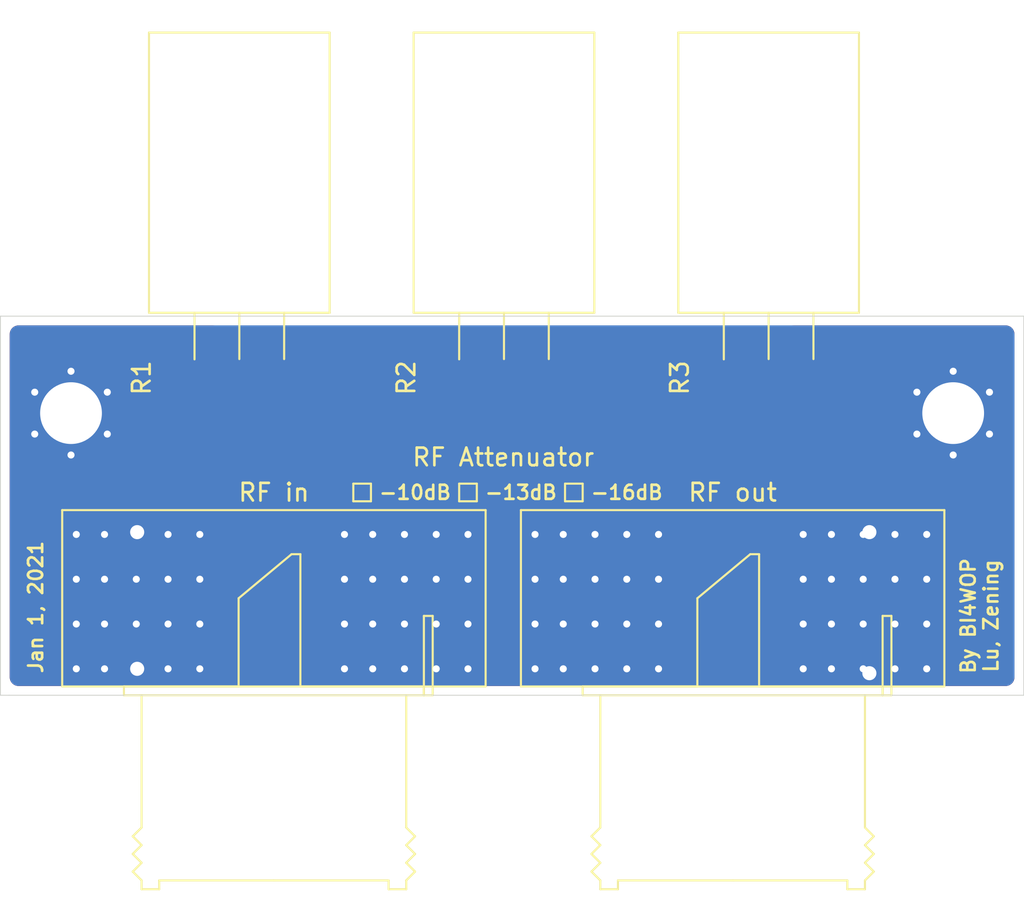
<source format=kicad_pcb>
(kicad_pcb (version 20171130) (host pcbnew "(5.1.4)-1")

  (general
    (thickness 1.6)
    (drawings 25)
    (tracks 4)
    (zones 0)
    (modules 7)
    (nets 4)
  )

  (page A4)
  (layers
    (0 F.Cu signal)
    (31 B.Cu signal)
    (32 B.Adhes user)
    (33 F.Adhes user)
    (34 B.Paste user)
    (35 F.Paste user)
    (36 B.SilkS user)
    (37 F.SilkS user)
    (38 B.Mask user)
    (39 F.Mask user)
    (40 Dwgs.User user)
    (41 Cmts.User user)
    (42 Eco1.User user)
    (43 Eco2.User user)
    (44 Edge.Cuts user)
    (45 Margin user)
    (46 B.CrtYd user)
    (47 F.CrtYd user)
    (48 B.Fab user)
    (49 F.Fab user)
  )

  (setup
    (last_trace_width 0.25)
    (trace_clearance 0.2)
    (zone_clearance 0.5)
    (zone_45_only no)
    (trace_min 0.2)
    (via_size 0.8)
    (via_drill 0.4)
    (via_min_size 0.4)
    (via_min_drill 0.3)
    (uvia_size 0.3)
    (uvia_drill 0.1)
    (uvias_allowed no)
    (uvia_min_size 0.2)
    (uvia_min_drill 0.1)
    (edge_width 0.05)
    (segment_width 0.2)
    (pcb_text_width 0.3)
    (pcb_text_size 1.5 1.5)
    (mod_edge_width 0.12)
    (mod_text_size 1 1)
    (mod_text_width 0.15)
    (pad_size 7.5 4)
    (pad_drill 0)
    (pad_to_mask_clearance 0.051)
    (solder_mask_min_width 0.25)
    (aux_axis_origin 34 43.5)
    (visible_elements FFFFFF7F)
    (pcbplotparams
      (layerselection 0x010fc_ffffffff)
      (usegerberextensions false)
      (usegerberattributes false)
      (usegerberadvancedattributes false)
      (creategerberjobfile false)
      (excludeedgelayer true)
      (linewidth 0.100000)
      (plotframeref false)
      (viasonmask false)
      (mode 1)
      (useauxorigin false)
      (hpglpennumber 1)
      (hpglpenspeed 20)
      (hpglpendiameter 15.000000)
      (psnegative false)
      (psa4output false)
      (plotreference true)
      (plotvalue true)
      (plotinvisibletext false)
      (padsonsilk false)
      (subtractmaskfromsilk false)
      (outputformat 1)
      (mirror false)
      (drillshape 1)
      (scaleselection 1)
      (outputdirectory ""))
  )

  (net 0 "")
  (net 1 GND)
  (net 2 "Net-(J3-Pad1)")
  (net 3 "Net-(J4-Pad1)")

  (net_class Default "This is the default net class."
    (clearance 0.2)
    (trace_width 0.25)
    (via_dia 0.8)
    (via_drill 0.4)
    (uvia_dia 0.3)
    (uvia_drill 0.1)
    (add_net GND)
    (add_net "Net-(J3-Pad1)")
    (add_net "Net-(J4-Pad1)")
  )

  (module MyPCBLib:TO-220-2_External_Thermal_Mount_Short (layer F.Cu) (tedit 60096FE6) (tstamp 600980DF)
    (at 75 25.5)
    (descr "TO-220, Horizontal, RM 2.54mm")
    (tags "TO-220 Horizontal RM 2.54mm")
    (path /60088407)
    (fp_text reference R3 (at -2.5 0 90) (layer F.SilkS)
      (effects (font (size 1 1) (thickness 0.15)))
    )
    (fp_text value "100 30W" (at 2.54 1.9) (layer F.Fab)
      (effects (font (size 1 1) (thickness 0.15)))
    )
    (fp_circle (center 2.54 -16.66) (end 4.39 -16.66) (layer F.Fab) (width 0.1))
    (fp_line (start 7.79 -19.71) (end -2.71 -19.71) (layer F.CrtYd) (width 0.05))
    (fp_line (start 7.79 1.15) (end 7.79 -19.71) (layer F.CrtYd) (width 0.05))
    (fp_line (start -2.71 1.15) (end 7.79 1.15) (layer F.CrtYd) (width 0.05))
    (fp_line (start -2.71 -19.71) (end -2.71 1.15) (layer F.CrtYd) (width 0.05))
    (fp_line (start 5.08 -3.69) (end 5.08 -1.066) (layer F.SilkS) (width 0.12))
    (fp_line (start 2.54 -3.69) (end 2.54 -1.066) (layer F.SilkS) (width 0.12))
    (fp_line (start 0 -3.69) (end 0 -1.05) (layer F.SilkS) (width 0.12))
    (fp_line (start 7.66 -19.58) (end 7.66 -3.69) (layer F.SilkS) (width 0.12))
    (fp_line (start -2.58 -19.58) (end -2.58 -3.69) (layer F.SilkS) (width 0.12))
    (fp_line (start -2.58 -19.58) (end 7.66 -19.58) (layer F.SilkS) (width 0.12))
    (fp_line (start -2.58 -3.69) (end 7.66 -3.69) (layer F.SilkS) (width 0.12))
    (fp_line (start 5.08 -3.81) (end 5.08 0) (layer F.Fab) (width 0.1))
    (fp_line (start 2.54 -3.81) (end 2.54 0) (layer F.Fab) (width 0.1))
    (fp_line (start 0 -3.81) (end 0 0) (layer F.Fab) (width 0.1))
    (fp_line (start 7.54 -3.81) (end -2.46 -3.81) (layer F.Fab) (width 0.1))
    (fp_line (start 7.54 -13.06) (end 7.54 -3.81) (layer F.Fab) (width 0.1))
    (fp_line (start -2.46 -13.06) (end 7.54 -13.06) (layer F.Fab) (width 0.1))
    (fp_line (start -2.46 -3.81) (end -2.46 -13.06) (layer F.Fab) (width 0.1))
    (fp_line (start 7.54 -13.06) (end -2.46 -13.06) (layer F.Fab) (width 0.1))
    (fp_line (start 7.54 -19.46) (end 7.54 -13.06) (layer F.Fab) (width 0.1))
    (fp_line (start -2.46 -19.46) (end 7.54 -19.46) (layer F.Fab) (width 0.1))
    (fp_line (start -2.46 -13.06) (end -2.46 -19.46) (layer F.Fab) (width 0.1))
    (fp_text user %R (at 2.54 -20.58) (layer F.Fab)
      (effects (font (size 1 1) (thickness 0.15)))
    )
    (fp_line (start -3 -2.5) (end 8 -2.5) (layer F.CrtYd) (width 0.12))
    (fp_line (start 8 -2.5) (end 8 -20.5) (layer F.CrtYd) (width 0.12))
    (fp_line (start 8 -20.5) (end -3 -20.5) (layer F.CrtYd) (width 0.12))
    (fp_line (start -3 -20.5) (end -3 -2.5) (layer F.CrtYd) (width 0.12))
    (pad 2 smd rect (at 5.08 0) (size 3 5) (layers F.Cu F.Paste F.Mask)
      (net 1 GND))
    (pad 1 smd rect (at 0 0) (size 3 5) (layers F.Cu F.Paste F.Mask)
      (net 2 "Net-(J3-Pad1)"))
    (pad 0 np_thru_hole oval (at 2.54 -16.66) (size 3.5 3.5) (drill 3.5) (layers *.Cu *.Mask))
    (model ${KISYS3DMOD}/TO_SOT_Packages_THT.3dshapes/TO-220_Horizontal.wrl
      (offset (xyz 2.539999961853027 0 0))
      (scale (xyz 0.393701 0.393701 0.393701))
      (rotate (xyz 0 0 0))
    )
  )

  (module MyPCBLib:TO-220-2_External_Thermal_Mount_Short (layer F.Cu) (tedit 60096FE6) (tstamp 600980BC)
    (at 60 25.5)
    (descr "TO-220, Horizontal, RM 2.54mm")
    (tags "TO-220 Horizontal RM 2.54mm")
    (path /60087BA3)
    (fp_text reference R2 (at -3 0 90) (layer F.SilkS)
      (effects (font (size 1 1) (thickness 0.15)))
    )
    (fp_text value "75 30W" (at 2.54 1.9) (layer F.Fab)
      (effects (font (size 1 1) (thickness 0.15)))
    )
    (fp_circle (center 2.54 -16.66) (end 4.39 -16.66) (layer F.Fab) (width 0.1))
    (fp_line (start 7.79 -19.71) (end -2.71 -19.71) (layer F.CrtYd) (width 0.05))
    (fp_line (start 7.79 1.15) (end 7.79 -19.71) (layer F.CrtYd) (width 0.05))
    (fp_line (start -2.71 1.15) (end 7.79 1.15) (layer F.CrtYd) (width 0.05))
    (fp_line (start -2.71 -19.71) (end -2.71 1.15) (layer F.CrtYd) (width 0.05))
    (fp_line (start 5.08 -3.69) (end 5.08 -1.066) (layer F.SilkS) (width 0.12))
    (fp_line (start 2.54 -3.69) (end 2.54 -1.066) (layer F.SilkS) (width 0.12))
    (fp_line (start 0 -3.69) (end 0 -1.05) (layer F.SilkS) (width 0.12))
    (fp_line (start 7.66 -19.58) (end 7.66 -3.69) (layer F.SilkS) (width 0.12))
    (fp_line (start -2.58 -19.58) (end -2.58 -3.69) (layer F.SilkS) (width 0.12))
    (fp_line (start -2.58 -19.58) (end 7.66 -19.58) (layer F.SilkS) (width 0.12))
    (fp_line (start -2.58 -3.69) (end 7.66 -3.69) (layer F.SilkS) (width 0.12))
    (fp_line (start 5.08 -3.81) (end 5.08 0) (layer F.Fab) (width 0.1))
    (fp_line (start 2.54 -3.81) (end 2.54 0) (layer F.Fab) (width 0.1))
    (fp_line (start 0 -3.81) (end 0 0) (layer F.Fab) (width 0.1))
    (fp_line (start 7.54 -3.81) (end -2.46 -3.81) (layer F.Fab) (width 0.1))
    (fp_line (start 7.54 -13.06) (end 7.54 -3.81) (layer F.Fab) (width 0.1))
    (fp_line (start -2.46 -13.06) (end 7.54 -13.06) (layer F.Fab) (width 0.1))
    (fp_line (start -2.46 -3.81) (end -2.46 -13.06) (layer F.Fab) (width 0.1))
    (fp_line (start 7.54 -13.06) (end -2.46 -13.06) (layer F.Fab) (width 0.1))
    (fp_line (start 7.54 -19.46) (end 7.54 -13.06) (layer F.Fab) (width 0.1))
    (fp_line (start -2.46 -19.46) (end 7.54 -19.46) (layer F.Fab) (width 0.1))
    (fp_line (start -2.46 -13.06) (end -2.46 -19.46) (layer F.Fab) (width 0.1))
    (fp_text user %R (at 2.54 -20.58) (layer F.Fab)
      (effects (font (size 1 1) (thickness 0.15)))
    )
    (fp_line (start -3 -2.5) (end 8 -2.5) (layer F.CrtYd) (width 0.12))
    (fp_line (start 8 -2.5) (end 8 -20.5) (layer F.CrtYd) (width 0.12))
    (fp_line (start 8 -20.5) (end -3 -20.5) (layer F.CrtYd) (width 0.12))
    (fp_line (start -3 -20.5) (end -3 -2.5) (layer F.CrtYd) (width 0.12))
    (pad 2 smd rect (at 5.08 0) (size 3 5) (layers F.Cu F.Paste F.Mask)
      (net 2 "Net-(J3-Pad1)"))
    (pad 1 smd rect (at 0 0) (size 3 5) (layers F.Cu F.Paste F.Mask)
      (net 3 "Net-(J4-Pad1)"))
    (pad 0 np_thru_hole oval (at 2.54 -16.66) (size 3.5 3.5) (drill 3.5) (layers *.Cu *.Mask))
    (model ${KISYS3DMOD}/TO_SOT_Packages_THT.3dshapes/TO-220_Horizontal.wrl
      (offset (xyz 2.539999961853027 0 0))
      (scale (xyz 0.393701 0.393701 0.393701))
      (rotate (xyz 0 0 0))
    )
  )

  (module MyPCBLib:TO-220-2_External_Thermal_Mount_Short (layer F.Cu) (tedit 60096FE6) (tstamp 60098099)
    (at 45 25.5)
    (descr "TO-220, Horizontal, RM 2.54mm")
    (tags "TO-220 Horizontal RM 2.54mm")
    (path /60087714)
    (fp_text reference R1 (at -3 0 90) (layer F.SilkS)
      (effects (font (size 1 1) (thickness 0.15)))
    )
    (fp_text value "100 50W" (at 2.54 1.9) (layer F.Fab)
      (effects (font (size 1 1) (thickness 0.15)))
    )
    (fp_circle (center 2.54 -16.66) (end 4.39 -16.66) (layer F.Fab) (width 0.1))
    (fp_line (start 7.79 -19.71) (end -2.71 -19.71) (layer F.CrtYd) (width 0.05))
    (fp_line (start 7.79 1.15) (end 7.79 -19.71) (layer F.CrtYd) (width 0.05))
    (fp_line (start -2.71 1.15) (end 7.79 1.15) (layer F.CrtYd) (width 0.05))
    (fp_line (start -2.71 -19.71) (end -2.71 1.15) (layer F.CrtYd) (width 0.05))
    (fp_line (start 5.08 -3.69) (end 5.08 -1.066) (layer F.SilkS) (width 0.12))
    (fp_line (start 2.54 -3.69) (end 2.54 -1.066) (layer F.SilkS) (width 0.12))
    (fp_line (start 0 -3.69) (end 0 -1.05) (layer F.SilkS) (width 0.12))
    (fp_line (start 7.66 -19.58) (end 7.66 -3.69) (layer F.SilkS) (width 0.12))
    (fp_line (start -2.58 -19.58) (end -2.58 -3.69) (layer F.SilkS) (width 0.12))
    (fp_line (start -2.58 -19.58) (end 7.66 -19.58) (layer F.SilkS) (width 0.12))
    (fp_line (start -2.58 -3.69) (end 7.66 -3.69) (layer F.SilkS) (width 0.12))
    (fp_line (start 5.08 -3.81) (end 5.08 0) (layer F.Fab) (width 0.1))
    (fp_line (start 2.54 -3.81) (end 2.54 0) (layer F.Fab) (width 0.1))
    (fp_line (start 0 -3.81) (end 0 0) (layer F.Fab) (width 0.1))
    (fp_line (start 7.54 -3.81) (end -2.46 -3.81) (layer F.Fab) (width 0.1))
    (fp_line (start 7.54 -13.06) (end 7.54 -3.81) (layer F.Fab) (width 0.1))
    (fp_line (start -2.46 -13.06) (end 7.54 -13.06) (layer F.Fab) (width 0.1))
    (fp_line (start -2.46 -3.81) (end -2.46 -13.06) (layer F.Fab) (width 0.1))
    (fp_line (start 7.54 -13.06) (end -2.46 -13.06) (layer F.Fab) (width 0.1))
    (fp_line (start 7.54 -19.46) (end 7.54 -13.06) (layer F.Fab) (width 0.1))
    (fp_line (start -2.46 -19.46) (end 7.54 -19.46) (layer F.Fab) (width 0.1))
    (fp_line (start -2.46 -13.06) (end -2.46 -19.46) (layer F.Fab) (width 0.1))
    (fp_text user %R (at 2.54 -20.58) (layer F.Fab)
      (effects (font (size 1 1) (thickness 0.15)))
    )
    (fp_line (start -3 -2.5) (end 8 -2.5) (layer F.CrtYd) (width 0.12))
    (fp_line (start 8 -2.5) (end 8 -20.5) (layer F.CrtYd) (width 0.12))
    (fp_line (start 8 -20.5) (end -3 -20.5) (layer F.CrtYd) (width 0.12))
    (fp_line (start -3 -20.5) (end -3 -2.5) (layer F.CrtYd) (width 0.12))
    (pad 2 smd rect (at 5.08 0) (size 3 5) (layers F.Cu F.Paste F.Mask)
      (net 3 "Net-(J4-Pad1)"))
    (pad 1 smd rect (at 0 0) (size 3 5) (layers F.Cu F.Paste F.Mask)
      (net 1 GND))
    (pad 0 np_thru_hole oval (at 2.54 -16.66) (size 3.5 3.5) (drill 3.5) (layers *.Cu *.Mask))
    (model ${KISYS3DMOD}/TO_SOT_Packages_THT.3dshapes/TO-220_Horizontal.wrl
      (offset (xyz 2.539999961853027 0 0))
      (scale (xyz 0.393701 0.393701 0.393701))
      (rotate (xyz 0 0 0))
    )
  )

  (module MyPCBLib:N-KY_PCB_EDGE_MOUNT_SMA-KWE (layer F.Cu) (tedit 60098361) (tstamp 60098FBB)
    (at 49.5 43 90)
    (path /6008A8E1)
    (fp_text reference J4 (at 11 -9.5 180) (layer F.SilkS) hide
      (effects (font (size 1 1) (thickness 0.15)))
    )
    (fp_text value "RF in" (at 0 -9 90) (layer F.Fab) hide
      (effects (font (size 1 1) (thickness 0.15)))
    )
    (fp_text user Molex_SMA_Jack_Edge_Mount (at 2.78 -7.11 90) (layer F.Fab) hide
      (effects (font (size 1 1) (thickness 0.15)))
    )
    (fp_text user REF** (at 2.78 7.11 90) (layer F.SilkS) hide
      (effects (font (size 1 1) (thickness 0.15)))
    )
    (fp_line (start -0.26 -3.75) (end 4.99 -3.75) (layer F.Fab) (width 0.1))
    (fp_line (start -9.29 2.65) (end -1.41 2.65) (layer F.Fab) (width 0.1))
    (fp_line (start -1.41 4.76) (end 4.99 4.76) (layer F.Fab) (width 0.1))
    (fp_line (start 7.21 -6.09) (end 7.21 6.09) (layer B.CrtYd) (width 0.05))
    (fp_line (start 7.21 -6.09) (end 7.21 6.09) (layer F.CrtYd) (width 0.05))
    (fp_line (start -9.29 -2.65) (end -9.29 2.65) (layer F.Fab) (width 0.1))
    (fp_line (start 4.99 -4.76) (end -1.41 -4.76) (layer F.Fab) (width 0.1))
    (fp_line (start -9.79 6.09) (end 7.21 6.09) (layer F.CrtYd) (width 0.05))
    (fp_line (start -0.26 3.75) (end 4.99 3.75) (layer F.Fab) (width 0.1))
    (fp_line (start 4.99 -4.76) (end 4.99 -3.75) (layer F.Fab) (width 0.1))
    (fp_line (start -0.26 -3.75) (end -0.26 3.75) (layer F.Fab) (width 0.1))
    (fp_line (start -9.79 -6.09) (end 7.21 -6.09) (layer B.CrtYd) (width 0.05))
    (fp_line (start 4.99 -0.38) (end 4.99 0.38) (layer F.Fab) (width 0.1))
    (fp_line (start -9.29 -2.65) (end -1.41 -2.65) (layer F.Fab) (width 0.1))
    (fp_line (start -0.26 0.38) (end 4.99 0.38) (layer F.Fab) (width 0.1))
    (fp_line (start -9.79 6.09) (end 7.21 6.09) (layer B.CrtYd) (width 0.05))
    (fp_line (start 7.21 -6.09) (end -9.79 -6.09) (layer F.CrtYd) (width 0.05))
    (fp_line (start 4.99 3.75) (end 4.99 4.76) (layer F.Fab) (width 0.1))
    (fp_line (start -1.41 -4.76) (end -1.41 4.76) (layer F.Fab) (width 0.1))
    (fp_line (start -9.79 -6.09) (end -9.79 6.09) (layer B.CrtYd) (width 0.05))
    (fp_line (start -9.79 -6.09) (end -9.79 6.09) (layer F.CrtYd) (width 0.05))
    (fp_line (start -0.26 -0.38) (end 4.99 -0.38) (layer F.Fab) (width 0.1))
    (fp_line (start 0 1.5) (end 7.5 1.5) (layer F.SilkS) (width 0.12))
    (fp_line (start 7.5 1.5) (end 7.5 1) (layer F.SilkS) (width 0.12))
    (fp_line (start 7.5 1) (end 5 -2) (layer F.SilkS) (width 0.12))
    (fp_line (start 5 -2) (end 0 -2) (layer F.SilkS) (width 0.12))
    (fp_line (start 0 -2) (end 0 -8.5) (layer F.SilkS) (width 0.12))
    (fp_line (start 0 -8.5) (end -0.5 -8.5) (layer F.SilkS) (width 0.12))
    (fp_line (start -0.5 -8.5) (end -0.5 8.5) (layer F.SilkS) (width 0.12))
    (fp_line (start -0.5 8.5) (end 0 8.5) (layer F.SilkS) (width 0.12))
    (fp_line (start 0 8.5) (end 0 1.5) (layer F.SilkS) (width 0.12))
    (fp_line (start -0.5 8.5) (end 4 8.5) (layer F.SilkS) (width 0.12))
    (fp_line (start 4 8.5) (end 4 9) (layer F.SilkS) (width 0.12))
    (fp_line (start 4 9) (end -0.5 9) (layer F.SilkS) (width 0.12))
    (fp_line (start -0.5 9) (end -0.5 8.5) (layer F.SilkS) (width 0.12))
    (fp_line (start -0.5 -7.5) (end -8 -7.5) (layer F.SilkS) (width 0.12))
    (fp_line (start -8 -7.5) (end -8.5 -8) (layer F.SilkS) (width 0.12))
    (fp_line (start -8.5 -8) (end -9 -7.5) (layer F.SilkS) (width 0.12))
    (fp_line (start -9 -7.5) (end -9.5 -8) (layer F.SilkS) (width 0.12))
    (fp_line (start -9.5 -8) (end -10 -7.5) (layer F.SilkS) (width 0.12))
    (fp_line (start -10 -7.5) (end -10.5 -8) (layer F.SilkS) (width 0.12))
    (fp_line (start -10.5 -8) (end -11 -7.5) (layer F.SilkS) (width 0.12))
    (fp_line (start -11 -7.5) (end -11.5 -7.5) (layer F.SilkS) (width 0.12))
    (fp_line (start -11.5 -7.5) (end -11.5 -6.5) (layer F.SilkS) (width 0.12))
    (fp_line (start -11.5 -6.5) (end -11 -6.5) (layer F.SilkS) (width 0.12))
    (fp_line (start -11 -6.5) (end -11 0) (layer F.SilkS) (width 0.12))
    (fp_line (start -11 6.5) (end -11 0) (layer F.SilkS) (width 0.12))
    (fp_line (start -11.5 6.5) (end -11 6.5) (layer F.SilkS) (width 0.12))
    (fp_line (start -11 7.5) (end -11.5 7.5) (layer F.SilkS) (width 0.12))
    (fp_line (start -11.5 7.5) (end -11.5 6.5) (layer F.SilkS) (width 0.12))
    (fp_line (start -10.5 8) (end -11 7.5) (layer F.SilkS) (width 0.12))
    (fp_line (start -9.5 8) (end -10 7.5) (layer F.SilkS) (width 0.12))
    (fp_line (start -9 7.5) (end -9.5 8) (layer F.SilkS) (width 0.12))
    (fp_line (start -10 7.5) (end -10.5 8) (layer F.SilkS) (width 0.12))
    (fp_line (start -8.5 8) (end -9 7.5) (layer F.SilkS) (width 0.12))
    (fp_line (start -8 7.5) (end -8.5 8) (layer F.SilkS) (width 0.12))
    (fp_line (start -0.5 7.5) (end -8 7.5) (layer F.SilkS) (width 0.12))
    (fp_line (start 0 -12) (end 0 12) (layer F.SilkS) (width 0.12))
    (fp_line (start 0 12) (end 10 12) (layer F.SilkS) (width 0.12))
    (fp_line (start 10 12) (end 10 -12) (layer F.SilkS) (width 0.12))
    (fp_line (start 10 -12) (end 0 -12) (layer F.SilkS) (width 0.12))
    (fp_line (start 0 -12) (end -12.5 -12) (layer F.CrtYd) (width 0.12))
    (fp_line (start -12.5 -12) (end -12.5 12) (layer F.CrtYd) (width 0.12))
    (fp_line (start -12.5 12) (end 10 12) (layer F.CrtYd) (width 0.12))
    (fp_line (start 10 12) (end 10 -12) (layer F.CrtYd) (width 0.12))
    (fp_line (start 10 -12) (end 0 -12) (layer F.CrtYd) (width 0.12))
    (pad 2 smd rect (at 5 7.5 90) (size 10 9) (layers F.Cu F.Paste F.Mask)
      (net 1 GND))
    (pad 2 smd rect (at 5 -7.5 90) (size 10 9) (layers F.Cu F.Paste F.Mask)
      (net 1 GND))
    (pad 2 smd rect (at 3.75 9.5 90) (size 7.5 5) (layers B.Cu B.Paste B.Mask)
      (net 1 GND))
    (pad 2 thru_hole circle (at 6.08 -11.2 90) (size 0.8 0.8) (drill 0.4) (layers *.Cu)
      (net 1 GND) (solder_mask_margin 2))
    (pad 2 thru_hole circle (at 8.62 -11.2 90) (size 0.8 0.8) (drill 0.4) (layers *.Cu)
      (net 1 GND) (solder_mask_margin 2))
    (pad 2 thru_hole circle (at 3.54 -11.2 90) (size 0.8 0.8) (drill 0.4) (layers *.Cu)
      (net 1 GND) (solder_mask_margin 2))
    (pad 2 thru_hole circle (at 1 -11.2 90) (size 0.8 0.8) (drill 0.4) (layers *.Cu)
      (net 1 GND) (solder_mask_margin 2))
    (pad 2 thru_hole circle (at 6.08 -9.6 90) (size 0.8 0.8) (drill 0.4) (layers *.Cu)
      (net 1 GND) (solder_mask_margin 2))
    (pad 2 thru_hole circle (at 1 -7.8 90) (size 0.8 0.8) (drill 0.4) (layers *.Cu)
      (net 1 GND) (solder_mask_margin 2))
    (pad 2 thru_hole circle (at 3.54 -7.8 90) (size 0.8 0.8) (drill 0.4) (layers *.Cu)
      (net 1 GND) (solder_mask_margin 2))
    (pad 2 thru_hole circle (at 8.62 -7.8 90) (size 0.8 0.8) (drill 0.4) (layers *.Cu)
      (net 1 GND) (solder_mask_margin 2))
    (pad 2 thru_hole circle (at 6.08 -7.8 90) (size 0.8 0.8) (drill 0.4) (layers *.Cu)
      (net 1 GND) (solder_mask_margin 2))
    (pad 2 thru_hole circle (at 3.54 -9.6 90) (size 0.8 0.8) (drill 0.4) (layers *.Cu)
      (net 1 GND) (solder_mask_margin 2))
    (pad 2 thru_hole circle (at 1 -9.6 90) (size 0.8 0.8) (drill 0.4) (layers *.Cu)
      (net 1 GND) (solder_mask_margin 2))
    (pad 2 thru_hole circle (at 8.62 -9.6 90) (size 0.8 0.8) (drill 0.4) (layers *.Cu)
      (net 1 GND) (solder_mask_margin 2))
    (pad 2 thru_hole circle (at 6.08 -6 90) (size 0.8 0.8) (drill 0.4) (layers *.Cu)
      (net 1 GND) (solder_mask_margin 2))
    (pad 2 thru_hole circle (at 8.62 -6 90) (size 0.8 0.8) (drill 0.4) (layers *.Cu)
      (net 1 GND) (solder_mask_margin 2))
    (pad 2 thru_hole circle (at 3.54 -6 90) (size 0.8 0.8) (drill 0.4) (layers *.Cu)
      (net 1 GND) (solder_mask_margin 2))
    (pad 2 thru_hole circle (at 1 -6 90) (size 0.8 0.8) (drill 0.4) (layers *.Cu)
      (net 1 GND) (solder_mask_margin 2))
    (pad 2 thru_hole circle (at 1 -4.2 90) (size 0.8 0.8) (drill 0.4) (layers *.Cu)
      (net 1 GND) (solder_mask_margin 2))
    (pad 2 thru_hole circle (at 6.08 -4.2 90) (size 0.8 0.8) (drill 0.4) (layers *.Cu)
      (net 1 GND) (solder_mask_margin 2))
    (pad 2 thru_hole circle (at 3.54 -4.2 90) (size 0.8 0.8) (drill 0.4) (layers *.Cu)
      (net 1 GND) (solder_mask_margin 2))
    (pad 2 thru_hole circle (at 8.62 -4.2 90) (size 0.8 0.8) (drill 0.4) (layers *.Cu)
      (net 1 GND) (solder_mask_margin 2))
    (pad 2 thru_hole circle (at 6.08 4 90) (size 0.8 0.8) (drill 0.4) (layers *.Cu)
      (net 1 GND) (solder_mask_margin 2))
    (pad 2 thru_hole circle (at 8.62 4 90) (size 0.8 0.8) (drill 0.4) (layers *.Cu)
      (net 1 GND) (solder_mask_margin 2))
    (pad 2 thru_hole circle (at 3.54 4 90) (size 0.8 0.8) (drill 0.4) (layers *.Cu)
      (net 1 GND) (solder_mask_margin 2))
    (pad 2 thru_hole circle (at 1 4 90) (size 0.8 0.8) (drill 0.4) (layers *.Cu)
      (net 1 GND) (solder_mask_margin 2))
    (pad 2 thru_hole circle (at 6.08 5.6 90) (size 0.8 0.8) (drill 0.4) (layers *.Cu)
      (net 1 GND) (solder_mask_margin 2))
    (pad 2 thru_hole circle (at 1 7.4 90) (size 0.8 0.8) (drill 0.4) (layers *.Cu)
      (net 1 GND) (solder_mask_margin 2))
    (pad 2 thru_hole circle (at 3.54 7.4 90) (size 0.8 0.8) (drill 0.4) (layers *.Cu)
      (net 1 GND) (solder_mask_margin 2))
    (pad 2 thru_hole circle (at 8.62 7.4 90) (size 0.8 0.8) (drill 0.4) (layers *.Cu)
      (net 1 GND) (solder_mask_margin 2))
    (pad 2 thru_hole circle (at 6.08 7.4 90) (size 0.8 0.8) (drill 0.4) (layers *.Cu)
      (net 1 GND) (solder_mask_margin 2))
    (pad 2 thru_hole circle (at 3.54 5.6 90) (size 0.8 0.8) (drill 0.4) (layers *.Cu)
      (net 1 GND) (solder_mask_margin 2))
    (pad 2 thru_hole circle (at 1 5.6 90) (size 0.8 0.8) (drill 0.4) (layers *.Cu)
      (net 1 GND) (solder_mask_margin 2))
    (pad 2 thru_hole circle (at 8.62 5.6 90) (size 0.8 0.8) (drill 0.4) (layers *.Cu)
      (net 1 GND) (solder_mask_margin 2))
    (pad 2 thru_hole circle (at 6.08 9.2 90) (size 0.8 0.8) (drill 0.4) (layers *.Cu)
      (net 1 GND) (solder_mask_margin 2))
    (pad 2 thru_hole circle (at 8.62 9.2 90) (size 0.8 0.8) (drill 0.4) (layers *.Cu)
      (net 1 GND) (solder_mask_margin 2))
    (pad 2 thru_hole circle (at 3.54 9.2 90) (size 0.8 0.8) (drill 0.4) (layers *.Cu)
      (net 1 GND) (solder_mask_margin 2))
    (pad 2 thru_hole circle (at 1 9.2 90) (size 0.8 0.8) (drill 0.4) (layers *.Cu)
      (net 1 GND) (solder_mask_margin 2))
    (pad 2 thru_hole circle (at 1 11 90) (size 0.8 0.8) (drill 0.4) (layers *.Cu)
      (net 1 GND) (solder_mask_margin 2))
    (pad 2 thru_hole circle (at 6.08 11 90) (size 0.8 0.8) (drill 0.4) (layers *.Cu)
      (net 1 GND) (solder_mask_margin 2))
    (pad 2 thru_hole circle (at 3.54 11 90) (size 0.8 0.8) (drill 0.4) (layers *.Cu)
      (net 1 GND) (solder_mask_margin 2))
    (pad 2 thru_hole circle (at 8.62 11 90) (size 0.8 0.8) (drill 0.4) (layers *.Cu)
      (net 1 GND) (solder_mask_margin 2))
    (pad 2 smd rect (at 2.78 4.38 90) (size 5.08 2.42) (layers B.Cu B.Paste B.Mask)
      (net 1 GND))
    (pad 1 smd rect (at 2.78 0 90) (size 5.08 2.29) (layers F.Cu F.Paste F.Mask)
      (net 3 "Net-(J4-Pad1)"))
    (pad 2 smd rect (at 5.77 4.38 90) (size 0.89 0.46) (layers F.Cu)
      (net 1 GND))
    (pad 2 smd rect (at 2.5 4.38 90) (size 5.08 2.42) (layers F.Cu F.Paste F.Mask)
      (net 1 GND))
    (pad 2 smd rect (at 2.78 -4.38 90) (size 5.08 2.42) (layers B.Cu B.Paste B.Mask)
      (net 1 GND))
    (pad 2 smd rect (at 5.5 -4.38 90) (size 0.89 0.46) (layers F.Cu)
      (net 1 GND))
    (pad 2 smd rect (at 2.5 -4.38 90) (size 5.08 2.42) (layers F.Cu F.Paste F.Mask)
      (net 1 GND))
    (pad 1 smd rect (at 4 0 90) (size 7.5 4) (layers F.Cu F.Paste F.Mask)
      (net 3 "Net-(J4-Pad1)"))
    (pad 2 smd rect (at 3.75 9.5 90) (size 7.5 5) (layers F.Cu F.Paste F.Mask)
      (net 1 GND))
    (pad 2 smd rect (at 3.75 -9.5 90) (size 7.5 5) (layers F.Cu F.Paste F.Mask)
      (net 1 GND))
  )

  (module MyPCBLib:N-KY_PCB_EDGE_MOUNT_SMA-KWE (layer F.Cu) (tedit 6009837C) (tstamp 60097FF9)
    (at 75.5 43 90)
    (path /60089677)
    (fp_text reference J3 (at 0 -10 90) (layer F.SilkS) hide
      (effects (font (size 1 1) (thickness 0.15)))
    )
    (fp_text value "RF out" (at 0 -9 90) (layer F.Fab) hide
      (effects (font (size 1 1) (thickness 0.15)))
    )
    (fp_text user Molex_SMA_Jack_Edge_Mount (at 2.78 -7.11 90) (layer F.Fab) hide
      (effects (font (size 1 1) (thickness 0.15)))
    )
    (fp_text user REF** (at 2.78 7.11 90) (layer F.SilkS) hide
      (effects (font (size 1 1) (thickness 0.15)))
    )
    (fp_line (start -0.26 -3.75) (end 4.99 -3.75) (layer F.Fab) (width 0.1))
    (fp_line (start -9.29 2.65) (end -1.41 2.65) (layer F.Fab) (width 0.1))
    (fp_line (start -1.41 4.76) (end 4.99 4.76) (layer F.Fab) (width 0.1))
    (fp_line (start 7.21 -6.09) (end 7.21 6.09) (layer B.CrtYd) (width 0.05))
    (fp_line (start 7.21 -6.09) (end 7.21 6.09) (layer F.CrtYd) (width 0.05))
    (fp_line (start -9.29 -2.65) (end -9.29 2.65) (layer F.Fab) (width 0.1))
    (fp_line (start 4.99 -4.76) (end -1.41 -4.76) (layer F.Fab) (width 0.1))
    (fp_line (start -9.79 6.09) (end 7.21 6.09) (layer F.CrtYd) (width 0.05))
    (fp_line (start -0.26 3.75) (end 4.99 3.75) (layer F.Fab) (width 0.1))
    (fp_line (start 4.99 -4.76) (end 4.99 -3.75) (layer F.Fab) (width 0.1))
    (fp_line (start -0.26 -3.75) (end -0.26 3.75) (layer F.Fab) (width 0.1))
    (fp_line (start -9.79 -6.09) (end 7.21 -6.09) (layer B.CrtYd) (width 0.05))
    (fp_line (start 4.99 -0.38) (end 4.99 0.38) (layer F.Fab) (width 0.1))
    (fp_line (start -9.29 -2.65) (end -1.41 -2.65) (layer F.Fab) (width 0.1))
    (fp_line (start -0.26 0.38) (end 4.99 0.38) (layer F.Fab) (width 0.1))
    (fp_line (start -9.79 6.09) (end 7.21 6.09) (layer B.CrtYd) (width 0.05))
    (fp_line (start 7.21 -6.09) (end -9.79 -6.09) (layer F.CrtYd) (width 0.05))
    (fp_line (start 4.99 3.75) (end 4.99 4.76) (layer F.Fab) (width 0.1))
    (fp_line (start -1.41 -4.76) (end -1.41 4.76) (layer F.Fab) (width 0.1))
    (fp_line (start -9.79 -6.09) (end -9.79 6.09) (layer B.CrtYd) (width 0.05))
    (fp_line (start -9.79 -6.09) (end -9.79 6.09) (layer F.CrtYd) (width 0.05))
    (fp_line (start -0.26 -0.38) (end 4.99 -0.38) (layer F.Fab) (width 0.1))
    (fp_line (start 0 1.5) (end 7.5 1.5) (layer F.SilkS) (width 0.12))
    (fp_line (start 7.5 1.5) (end 7.5 1) (layer F.SilkS) (width 0.12))
    (fp_line (start 7.5 1) (end 5 -2) (layer F.SilkS) (width 0.12))
    (fp_line (start 5 -2) (end 0 -2) (layer F.SilkS) (width 0.12))
    (fp_line (start 0 -2) (end 0 -8.5) (layer F.SilkS) (width 0.12))
    (fp_line (start 0 -8.5) (end -0.5 -8.5) (layer F.SilkS) (width 0.12))
    (fp_line (start -0.5 -8.5) (end -0.5 8.5) (layer F.SilkS) (width 0.12))
    (fp_line (start -0.5 8.5) (end 0 8.5) (layer F.SilkS) (width 0.12))
    (fp_line (start 0 8.5) (end 0 1.5) (layer F.SilkS) (width 0.12))
    (fp_line (start -0.5 8.5) (end 4 8.5) (layer F.SilkS) (width 0.12))
    (fp_line (start 4 8.5) (end 4 9) (layer F.SilkS) (width 0.12))
    (fp_line (start 4 9) (end -0.5 9) (layer F.SilkS) (width 0.12))
    (fp_line (start -0.5 9) (end -0.5 8.5) (layer F.SilkS) (width 0.12))
    (fp_line (start -0.5 -7.5) (end -8 -7.5) (layer F.SilkS) (width 0.12))
    (fp_line (start -8 -7.5) (end -8.5 -8) (layer F.SilkS) (width 0.12))
    (fp_line (start -8.5 -8) (end -9 -7.5) (layer F.SilkS) (width 0.12))
    (fp_line (start -9 -7.5) (end -9.5 -8) (layer F.SilkS) (width 0.12))
    (fp_line (start -9.5 -8) (end -10 -7.5) (layer F.SilkS) (width 0.12))
    (fp_line (start -10 -7.5) (end -10.5 -8) (layer F.SilkS) (width 0.12))
    (fp_line (start -10.5 -8) (end -11 -7.5) (layer F.SilkS) (width 0.12))
    (fp_line (start -11 -7.5) (end -11.5 -7.5) (layer F.SilkS) (width 0.12))
    (fp_line (start -11.5 -7.5) (end -11.5 -6.5) (layer F.SilkS) (width 0.12))
    (fp_line (start -11.5 -6.5) (end -11 -6.5) (layer F.SilkS) (width 0.12))
    (fp_line (start -11 -6.5) (end -11 0) (layer F.SilkS) (width 0.12))
    (fp_line (start -11 6.5) (end -11 0) (layer F.SilkS) (width 0.12))
    (fp_line (start -11.5 6.5) (end -11 6.5) (layer F.SilkS) (width 0.12))
    (fp_line (start -11 7.5) (end -11.5 7.5) (layer F.SilkS) (width 0.12))
    (fp_line (start -11.5 7.5) (end -11.5 6.5) (layer F.SilkS) (width 0.12))
    (fp_line (start -10.5 8) (end -11 7.5) (layer F.SilkS) (width 0.12))
    (fp_line (start -9.5 8) (end -10 7.5) (layer F.SilkS) (width 0.12))
    (fp_line (start -9 7.5) (end -9.5 8) (layer F.SilkS) (width 0.12))
    (fp_line (start -10 7.5) (end -10.5 8) (layer F.SilkS) (width 0.12))
    (fp_line (start -8.5 8) (end -9 7.5) (layer F.SilkS) (width 0.12))
    (fp_line (start -8 7.5) (end -8.5 8) (layer F.SilkS) (width 0.12))
    (fp_line (start -0.5 7.5) (end -8 7.5) (layer F.SilkS) (width 0.12))
    (fp_line (start 0 -12) (end 0 12) (layer F.SilkS) (width 0.12))
    (fp_line (start 0 12) (end 10 12) (layer F.SilkS) (width 0.12))
    (fp_line (start 10 12) (end 10 -12) (layer F.SilkS) (width 0.12))
    (fp_line (start 10 -12) (end 0 -12) (layer F.SilkS) (width 0.12))
    (fp_line (start 0 -12) (end -12.5 -12) (layer F.CrtYd) (width 0.12))
    (fp_line (start -12.5 -12) (end -12.5 12) (layer F.CrtYd) (width 0.12))
    (fp_line (start -12.5 12) (end 10 12) (layer F.CrtYd) (width 0.12))
    (fp_line (start 10 12) (end 10 -12) (layer F.CrtYd) (width 0.12))
    (fp_line (start 10 -12) (end 0 -12) (layer F.CrtYd) (width 0.12))
    (pad 2 smd rect (at 5 7.5 90) (size 10 9) (layers F.Cu F.Paste F.Mask)
      (net 1 GND))
    (pad 2 smd rect (at 5 -7.5 90) (size 10 9) (layers F.Cu F.Paste F.Mask)
      (net 1 GND))
    (pad 2 smd rect (at 3.75 9.5 90) (size 7.5 5) (layers B.Cu B.Paste B.Mask)
      (net 1 GND))
    (pad 2 thru_hole circle (at 6.08 -11.2 90) (size 0.8 0.8) (drill 0.4) (layers *.Cu)
      (net 1 GND) (solder_mask_margin 2))
    (pad 2 thru_hole circle (at 8.62 -11.2 90) (size 0.8 0.8) (drill 0.4) (layers *.Cu)
      (net 1 GND) (solder_mask_margin 2))
    (pad 2 thru_hole circle (at 3.54 -11.2 90) (size 0.8 0.8) (drill 0.4) (layers *.Cu)
      (net 1 GND) (solder_mask_margin 2))
    (pad 2 thru_hole circle (at 1 -11.2 90) (size 0.8 0.8) (drill 0.4) (layers *.Cu)
      (net 1 GND) (solder_mask_margin 2))
    (pad 2 thru_hole circle (at 6.08 -9.6 90) (size 0.8 0.8) (drill 0.4) (layers *.Cu)
      (net 1 GND) (solder_mask_margin 2))
    (pad 2 thru_hole circle (at 1 -7.8 90) (size 0.8 0.8) (drill 0.4) (layers *.Cu)
      (net 1 GND) (solder_mask_margin 2))
    (pad 2 thru_hole circle (at 3.54 -7.8 90) (size 0.8 0.8) (drill 0.4) (layers *.Cu)
      (net 1 GND) (solder_mask_margin 2))
    (pad 2 thru_hole circle (at 8.62 -7.8 90) (size 0.8 0.8) (drill 0.4) (layers *.Cu)
      (net 1 GND) (solder_mask_margin 2))
    (pad 2 thru_hole circle (at 6.08 -7.8 90) (size 0.8 0.8) (drill 0.4) (layers *.Cu)
      (net 1 GND) (solder_mask_margin 2))
    (pad 2 thru_hole circle (at 3.54 -9.6 90) (size 0.8 0.8) (drill 0.4) (layers *.Cu)
      (net 1 GND) (solder_mask_margin 2))
    (pad 2 thru_hole circle (at 1 -9.6 90) (size 0.8 0.8) (drill 0.4) (layers *.Cu)
      (net 1 GND) (solder_mask_margin 2))
    (pad 2 thru_hole circle (at 8.62 -9.6 90) (size 0.8 0.8) (drill 0.4) (layers *.Cu)
      (net 1 GND) (solder_mask_margin 2))
    (pad 2 thru_hole circle (at 6.08 -6 90) (size 0.8 0.8) (drill 0.4) (layers *.Cu)
      (net 1 GND) (solder_mask_margin 2))
    (pad 2 thru_hole circle (at 8.62 -6 90) (size 0.8 0.8) (drill 0.4) (layers *.Cu)
      (net 1 GND) (solder_mask_margin 2))
    (pad 2 thru_hole circle (at 3.54 -6 90) (size 0.8 0.8) (drill 0.4) (layers *.Cu)
      (net 1 GND) (solder_mask_margin 2))
    (pad 2 thru_hole circle (at 1 -6 90) (size 0.8 0.8) (drill 0.4) (layers *.Cu)
      (net 1 GND) (solder_mask_margin 2))
    (pad 2 thru_hole circle (at 1 -4.2 90) (size 0.8 0.8) (drill 0.4) (layers *.Cu)
      (net 1 GND) (solder_mask_margin 2))
    (pad 2 thru_hole circle (at 6.08 -4.2 90) (size 0.8 0.8) (drill 0.4) (layers *.Cu)
      (net 1 GND) (solder_mask_margin 2))
    (pad 2 thru_hole circle (at 3.54 -4.2 90) (size 0.8 0.8) (drill 0.4) (layers *.Cu)
      (net 1 GND) (solder_mask_margin 2))
    (pad 2 thru_hole circle (at 8.62 -4.2 90) (size 0.8 0.8) (drill 0.4) (layers *.Cu)
      (net 1 GND) (solder_mask_margin 2))
    (pad 2 thru_hole circle (at 6.08 4 90) (size 0.8 0.8) (drill 0.4) (layers *.Cu)
      (net 1 GND) (solder_mask_margin 2))
    (pad 2 thru_hole circle (at 8.62 4 90) (size 0.8 0.8) (drill 0.4) (layers *.Cu)
      (net 1 GND) (solder_mask_margin 2))
    (pad 2 thru_hole circle (at 3.54 4 90) (size 0.8 0.8) (drill 0.4) (layers *.Cu)
      (net 1 GND) (solder_mask_margin 2))
    (pad 2 thru_hole circle (at 1 4 90) (size 0.8 0.8) (drill 0.4) (layers *.Cu)
      (net 1 GND) (solder_mask_margin 2))
    (pad 2 thru_hole circle (at 6.08 5.6 90) (size 0.8 0.8) (drill 0.4) (layers *.Cu)
      (net 1 GND) (solder_mask_margin 2))
    (pad 2 thru_hole circle (at 1 7.4 90) (size 0.8 0.8) (drill 0.4) (layers *.Cu)
      (net 1 GND) (solder_mask_margin 2))
    (pad 2 thru_hole circle (at 3.54 7.4 90) (size 0.8 0.8) (drill 0.4) (layers *.Cu)
      (net 1 GND) (solder_mask_margin 2))
    (pad 2 thru_hole circle (at 8.62 7.4 90) (size 0.8 0.8) (drill 0.4) (layers *.Cu)
      (net 1 GND) (solder_mask_margin 2))
    (pad 2 thru_hole circle (at 6.08 7.4 90) (size 0.8 0.8) (drill 0.4) (layers *.Cu)
      (net 1 GND) (solder_mask_margin 2))
    (pad 2 thru_hole circle (at 3.54 5.6 90) (size 0.8 0.8) (drill 0.4) (layers *.Cu)
      (net 1 GND) (solder_mask_margin 2))
    (pad 2 thru_hole circle (at 1 5.6 90) (size 0.8 0.8) (drill 0.4) (layers *.Cu)
      (net 1 GND) (solder_mask_margin 2))
    (pad 2 thru_hole circle (at 8.62 5.6 90) (size 0.8 0.8) (drill 0.4) (layers *.Cu)
      (net 1 GND) (solder_mask_margin 2))
    (pad 2 thru_hole circle (at 6.08 9.2 90) (size 0.8 0.8) (drill 0.4) (layers *.Cu)
      (net 1 GND) (solder_mask_margin 2))
    (pad 2 thru_hole circle (at 8.62 9.2 90) (size 0.8 0.8) (drill 0.4) (layers *.Cu)
      (net 1 GND) (solder_mask_margin 2))
    (pad 2 thru_hole circle (at 3.54 9.2 90) (size 0.8 0.8) (drill 0.4) (layers *.Cu)
      (net 1 GND) (solder_mask_margin 2))
    (pad 2 thru_hole circle (at 1 9.2 90) (size 0.8 0.8) (drill 0.4) (layers *.Cu)
      (net 1 GND) (solder_mask_margin 2))
    (pad 2 thru_hole circle (at 1 11 90) (size 0.8 0.8) (drill 0.4) (layers *.Cu)
      (net 1 GND) (solder_mask_margin 2))
    (pad 2 thru_hole circle (at 6.08 11 90) (size 0.8 0.8) (drill 0.4) (layers *.Cu)
      (net 1 GND) (solder_mask_margin 2))
    (pad 2 thru_hole circle (at 3.54 11 90) (size 0.8 0.8) (drill 0.4) (layers *.Cu)
      (net 1 GND) (solder_mask_margin 2))
    (pad 2 thru_hole circle (at 8.62 11 90) (size 0.8 0.8) (drill 0.4) (layers *.Cu)
      (net 1 GND) (solder_mask_margin 2))
    (pad 2 smd rect (at 2.78 4.38 90) (size 5.08 2.42) (layers B.Cu B.Paste B.Mask)
      (net 1 GND))
    (pad 1 smd rect (at 2.78 0 90) (size 5.08 2.29) (layers F.Cu F.Paste F.Mask)
      (net 2 "Net-(J3-Pad1)"))
    (pad 2 smd rect (at 5.77 4.38 90) (size 0.89 0.46) (layers F.Cu)
      (net 1 GND))
    (pad 2 smd rect (at 2.5 4.38 90) (size 5.08 2.42) (layers F.Cu F.Paste F.Mask)
      (net 1 GND))
    (pad 2 smd rect (at 2.78 -4.38 90) (size 5.08 2.42) (layers B.Cu B.Paste B.Mask)
      (net 1 GND))
    (pad 2 smd rect (at 5.5 -4.38 90) (size 0.89 0.46) (layers F.Cu)
      (net 1 GND))
    (pad 2 smd rect (at 2.5 -4.38 90) (size 5.08 2.42) (layers F.Cu F.Paste F.Mask)
      (net 1 GND))
    (pad 1 smd rect (at 4 0 90) (size 7.5 4) (layers F.Cu F.Paste F.Mask)
      (net 2 "Net-(J3-Pad1)"))
    (pad 2 smd rect (at 3.75 9.5 90) (size 7.5 5) (layers F.Cu F.Paste F.Mask)
      (net 1 GND))
    (pad 2 smd rect (at 3.75 -9.5 90) (size 7.5 5) (layers F.Cu F.Paste F.Mask)
      (net 1 GND))
  )

  (module MyPCBLib:M3_Screwhole (layer F.Cu) (tedit 5CC92DA1) (tstamp 60097F7C)
    (at 88 27.5)
    (path /6009762B)
    (fp_text reference J2 (at 0 0.5) (layer F.SilkS) hide
      (effects (font (size 1 1) (thickness 0.15)))
    )
    (fp_text value Conn_01x01 (at 0 -0.5) (layer F.Fab) hide
      (effects (font (size 1 1) (thickness 0.15)))
    )
    (pad 1 thru_hole circle (at 2.05681 -1.1875 300) (size 0.8 0.8) (drill 0.4) (layers *.Cu *.Mask)
      (net 1 GND))
    (pad 1 thru_hole circle (at 2.05681 1.1875 240) (size 0.8 0.8) (drill 0.4) (layers *.Cu *.Mask)
      (net 1 GND))
    (pad 1 thru_hole circle (at 0 2.375 180) (size 0.8 0.8) (drill 0.4) (layers *.Cu *.Mask)
      (net 1 GND))
    (pad 1 thru_hole circle (at -2.05681 1.1875 120) (size 0.8 0.8) (drill 0.4) (layers *.Cu *.Mask)
      (net 1 GND))
    (pad 1 thru_hole circle (at -2.05681 -1.1875 60) (size 0.8 0.8) (drill 0.4) (layers *.Cu *.Mask)
      (net 1 GND))
    (pad 1 thru_hole circle (at 0 -2.375) (size 0.8 0.8) (drill 0.4) (layers *.Cu *.Mask)
      (net 1 GND))
    (pad 1 thru_hole circle (at 0 0) (size 6 6) (drill 3.5) (layers *.Cu *.Mask)
      (net 1 GND))
  )

  (module MyPCBLib:M3_Screwhole (layer F.Cu) (tedit 5CC92DA1) (tstamp 60097F71)
    (at 38 27.5)
    (path /60097AC9)
    (fp_text reference J1 (at 0 0.5) (layer F.SilkS) hide
      (effects (font (size 1 1) (thickness 0.15)))
    )
    (fp_text value Conn_01x01 (at 0 -0.5) (layer F.Fab) hide
      (effects (font (size 1 1) (thickness 0.15)))
    )
    (pad 1 thru_hole circle (at 2.05681 -1.1875 300) (size 0.8 0.8) (drill 0.4) (layers *.Cu *.Mask)
      (net 1 GND))
    (pad 1 thru_hole circle (at 2.05681 1.1875 240) (size 0.8 0.8) (drill 0.4) (layers *.Cu *.Mask)
      (net 1 GND))
    (pad 1 thru_hole circle (at 0 2.375 180) (size 0.8 0.8) (drill 0.4) (layers *.Cu *.Mask)
      (net 1 GND))
    (pad 1 thru_hole circle (at -2.05681 1.1875 120) (size 0.8 0.8) (drill 0.4) (layers *.Cu *.Mask)
      (net 1 GND))
    (pad 1 thru_hole circle (at -2.05681 -1.1875 60) (size 0.8 0.8) (drill 0.4) (layers *.Cu *.Mask)
      (net 1 GND))
    (pad 1 thru_hole circle (at 0 -2.375) (size 0.8 0.8) (drill 0.4) (layers *.Cu *.Mask)
      (net 1 GND))
    (pad 1 thru_hole circle (at 0 0) (size 6 6) (drill 3.5) (layers *.Cu *.Mask)
      (net 1 GND))
  )

  (gr_text -16dB (at 69.5 32) (layer F.SilkS) (tstamp 6009D35E)
    (effects (font (size 0.8 0.8) (thickness 0.15)))
  )
  (gr_line (start 66 31.5) (end 66 32.5) (layer F.SilkS) (width 0.12) (tstamp 6009D35D))
  (gr_line (start 67 32.5) (end 67 31.5) (layer F.SilkS) (width 0.12) (tstamp 6009D35C))
  (gr_line (start 67 31.5) (end 66 31.5) (layer F.SilkS) (width 0.12) (tstamp 6009D35B))
  (gr_line (start 66 32.5) (end 67 32.5) (layer F.SilkS) (width 0.12) (tstamp 6009D35A))
  (gr_text -13dB (at 63.5 32) (layer F.SilkS) (tstamp 6009D35E)
    (effects (font (size 0.8 0.8) (thickness 0.15)))
  )
  (gr_line (start 60 31.5) (end 60 32.5) (layer F.SilkS) (width 0.12) (tstamp 6009D35D))
  (gr_line (start 61 32.5) (end 61 31.5) (layer F.SilkS) (width 0.12) (tstamp 6009D35C))
  (gr_line (start 61 31.5) (end 60 31.5) (layer F.SilkS) (width 0.12) (tstamp 6009D35B))
  (gr_line (start 60 32.5) (end 61 32.5) (layer F.SilkS) (width 0.12) (tstamp 6009D35A))
  (gr_line (start 55 31.5) (end 54 31.5) (layer F.SilkS) (width 0.12) (tstamp 6009D356))
  (gr_line (start 55 32.5) (end 55 31.5) (layer F.SilkS) (width 0.12))
  (gr_line (start 54 32.5) (end 55 32.5) (layer F.SilkS) (width 0.12))
  (gr_line (start 54 31.5) (end 54 32.5) (layer F.SilkS) (width 0.12))
  (gr_text -10dB (at 57.5 32) (layer F.SilkS) (tstamp 6009D34E)
    (effects (font (size 0.8 0.8) (thickness 0.15)))
  )
  (gr_text "Jan 1, 2021" (at 36 38.5 90) (layer F.SilkS) (tstamp 6009D349)
    (effects (font (size 0.8 0.8) (thickness 0.15)))
  )
  (gr_text "By BI4WOP\nLu, Zening" (at 89.5 39 90) (layer F.SilkS) (tstamp 6009D341)
    (effects (font (size 0.8 0.8) (thickness 0.15)))
  )
  (gr_text "RF Attenuator" (at 62.5 30) (layer F.SilkS)
    (effects (font (size 1 1) (thickness 0.15)))
  )
  (gr_text "RF out" (at 75.5 32) (layer F.SilkS)
    (effects (font (size 1 1) (thickness 0.15)))
  )
  (gr_text "RF in" (at 49.5 32) (layer F.SilkS)
    (effects (font (size 1 1) (thickness 0.15)))
  )
  (gr_line (start 34 43.5) (end 34 22) (layer Edge.Cuts) (width 0.05) (tstamp 6009B250))
  (gr_line (start 34.5 43.5) (end 34 43.5) (layer Edge.Cuts) (width 0.05))
  (gr_line (start 92 43.5) (end 34.5 43.5) (layer Edge.Cuts) (width 0.05))
  (gr_line (start 92 22) (end 92 43.5) (layer Edge.Cuts) (width 0.05))
  (gr_line (start 34 22) (end 92 22) (layer Edge.Cuts) (width 0.05))

  (via (at 83.25 42.25) (size 1.2) (drill 0.8) (layers F.Cu B.Cu) (net 1) (tstamp 6009B244))
  (via (at 83.25 34.25) (size 1.2) (drill 0.8) (layers F.Cu B.Cu) (net 1) (tstamp 6009B244))
  (via (at 41.75 34.25) (size 1.2) (drill 0.8) (layers F.Cu B.Cu) (net 1) (tstamp 6009B244))
  (via (at 41.75 42) (size 1.2) (drill 0.8) (layers F.Cu B.Cu) (net 1) (tstamp 6009B0CD))

  (zone (net 3) (net_name "Net-(J4-Pad1)") (layer F.Cu) (tstamp 0) (hatch edge 0.508)
    (priority 1)
    (connect_pads yes (clearance 1))
    (min_thickness 0.5)
    (fill yes (arc_segments 32) (thermal_gap 0.508) (thermal_bridge_width 0.508))
    (polygon
      (pts
        (xy 51.5 37.5) (xy 51.5 28) (xy 61.5 28) (xy 61.5 23) (xy 47.5 23)
        (xy 47.5 34) (xy 47.5 35) (xy 47.5 37.5)
      )
    )
    (filled_polygon
      (pts
        (xy 61.25 27.75) (xy 51.5 27.75) (xy 51.451227 27.754804) (xy 51.404329 27.76903) (xy 51.361107 27.792133)
        (xy 51.323223 27.823223) (xy 51.292133 27.861107) (xy 51.26903 27.904329) (xy 51.254804 27.951227) (xy 51.25 28)
        (xy 51.25 32.938595) (xy 51.243952 33) (xy 51.243952 35.75) (xy 47.756048 35.75) (xy 47.756048 33)
        (xy 47.75 32.938595) (xy 47.75 28.061405) (xy 47.756048 28) (xy 47.756048 23.275) (xy 61.25 23.275)
      )
    )
  )
  (zone (net 2) (net_name "Net-(J3-Pad1)") (layer F.Cu) (tstamp 0) (hatch edge 0.508)
    (priority 1)
    (connect_pads yes (clearance 1))
    (min_thickness 0.254)
    (fill yes (arc_segments 32) (thermal_gap 0.508) (thermal_bridge_width 0.508))
    (polygon
      (pts
        (xy 63.5 23) (xy 63.5 28) (xy 73.5 28) (xy 73.5 42.5) (xy 77.5 42.5)
        (xy 77.5 35) (xy 77.5 28.5) (xy 77.5 23) (xy 77 23)
      )
    )
    (filled_polygon
      (pts
        (xy 77.373 32.944635) (xy 77.367547 33) (xy 77.367547 35.873) (xy 73.632453 35.873) (xy 73.632453 33)
        (xy 73.627 32.944635) (xy 73.627 28) (xy 73.62456 27.975224) (xy 73.617333 27.951399) (xy 73.605597 27.929443)
        (xy 73.589803 27.910197) (xy 73.570557 27.894403) (xy 73.548601 27.882667) (xy 73.524776 27.87544) (xy 73.5 27.873)
        (xy 63.627 27.873) (xy 63.627 23.152) (xy 77.373 23.152)
      )
    )
  )
  (zone (net 1) (net_name GND) (layer F.Cu) (tstamp 0) (hatch edge 0.508)
    (connect_pads yes (clearance 0.5))
    (min_thickness 1)
    (fill yes (arc_segments 32) (thermal_gap 32) (thermal_bridge_width 32))
    (polygon
      (pts
        (xy 34 22) (xy 92 22) (xy 92 43.5) (xy 34 43.5)
      )
    )
    (filled_polygon
      (pts
        (xy 46 42.475) (xy 35.025 42.475) (xy 35.025 23.025) (xy 46 23.025)
      )
    )
    (filled_polygon
      (pts
        (xy 62.666645 29.247204) (xy 62.925975 29.385819) (xy 63.207365 29.471178) (xy 63.5 29.5) (xy 72 29.5)
        (xy 72 42.475) (xy 53 42.475) (xy 53 29.5) (xy 61.5 29.5) (xy 61.792635 29.471178)
        (xy 62.074025 29.385819) (xy 62.333355 29.247204) (xy 62.5 29.110442)
      )
    )
    (filled_polygon
      (pts
        (xy 90.975001 42.475) (xy 79 42.475) (xy 79 23.025) (xy 90.975 23.025)
      )
    )
  )
  (zone (net 0) (net_name "") (layer F.Cu) (tstamp 0) (hatch edge 0.508)
    (connect_pads yes (clearance 1))
    (min_thickness 0.5)
    (keepout (tracks not_allowed) (vias not_allowed) (copperpour not_allowed))
    (fill (arc_segments 32) (thermal_gap 0.508) (thermal_bridge_width 0.508))
    (polygon
      (pts
        (xy 46.5 43) (xy 46.5 36) (xy 52.5 36) (xy 52.5 43)
      )
    )
  )
  (zone (net 0) (net_name "") (layer F.Cu) (tstamp 6009CB47) (hatch edge 0.508)
    (connect_pads yes (clearance 1))
    (min_thickness 0.5)
    (keepout (tracks not_allowed) (vias not_allowed) (copperpour not_allowed))
    (fill (arc_segments 32) (thermal_gap 0.508) (thermal_bridge_width 0.508))
    (polygon
      (pts
        (xy 72.5 43) (xy 72.5 36) (xy 78.5 36) (xy 78.5 43)
      )
    )
  )
  (zone (net 1) (net_name GND) (layer B.Cu) (tstamp 6009CB61) (hatch edge 0.508)
    (connect_pads yes (clearance 0.5))
    (min_thickness 1)
    (fill yes (arc_segments 32) (thermal_gap 32) (thermal_bridge_width 32))
    (polygon
      (pts
        (xy 34 22) (xy 92 22) (xy 92 43.5) (xy 34 43.5)
      )
    )
    (filled_polygon
      (pts
        (xy 90.975001 42.475) (xy 35.025 42.475) (xy 35.025 23.025) (xy 90.975 23.025)
      )
    )
  )
)

</source>
